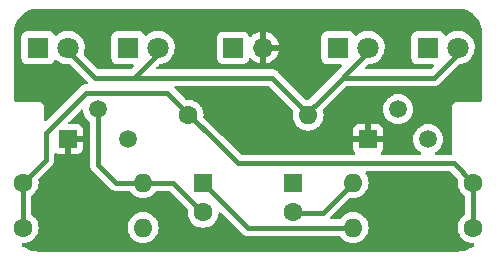
<source format=gbr>
G04 #@! TF.GenerationSoftware,KiCad,Pcbnew,(6.0.6)*
G04 #@! TF.CreationDate,2022-07-01T01:06:20-04:00*
G04 #@! TF.ProjectId,C,432e6b69-6361-4645-9f70-636258585858,rev?*
G04 #@! TF.SameCoordinates,Original*
G04 #@! TF.FileFunction,Copper,L1,Top*
G04 #@! TF.FilePolarity,Positive*
%FSLAX46Y46*%
G04 Gerber Fmt 4.6, Leading zero omitted, Abs format (unit mm)*
G04 Created by KiCad (PCBNEW (6.0.6)) date 2022-07-01 01:06:20*
%MOMM*%
%LPD*%
G01*
G04 APERTURE LIST*
G04 #@! TA.AperFunction,ComponentPad*
%ADD10R,1.700000X1.700000*%
G04 #@! TD*
G04 #@! TA.AperFunction,ComponentPad*
%ADD11O,1.700000X1.700000*%
G04 #@! TD*
G04 #@! TA.AperFunction,ComponentPad*
%ADD12R,1.800000X1.800000*%
G04 #@! TD*
G04 #@! TA.AperFunction,ComponentPad*
%ADD13C,1.800000*%
G04 #@! TD*
G04 #@! TA.AperFunction,ComponentPad*
%ADD14C,1.600000*%
G04 #@! TD*
G04 #@! TA.AperFunction,ComponentPad*
%ADD15O,1.600000X1.600000*%
G04 #@! TD*
G04 #@! TA.AperFunction,ComponentPad*
%ADD16R,1.600000X1.600000*%
G04 #@! TD*
G04 #@! TA.AperFunction,ComponentPad*
%ADD17R,1.500000X1.500000*%
G04 #@! TD*
G04 #@! TA.AperFunction,ComponentPad*
%ADD18C,1.500000*%
G04 #@! TD*
G04 #@! TA.AperFunction,Conductor*
%ADD19C,0.381000*%
G04 #@! TD*
G04 APERTURE END LIST*
D10*
X157480000Y-81280000D03*
D11*
X160020000Y-81280000D03*
D12*
X140970000Y-81280000D03*
D13*
X143510000Y-81280000D03*
D12*
X148590000Y-81280000D03*
D13*
X151130000Y-81280000D03*
D12*
X166370000Y-81280000D03*
D13*
X168910000Y-81280000D03*
D14*
X139700000Y-96520000D03*
D15*
X149860000Y-96520000D03*
D14*
X139700000Y-92710000D03*
D15*
X149860000Y-92710000D03*
D14*
X177800000Y-92710000D03*
D15*
X167640000Y-92710000D03*
D14*
X177800000Y-96520000D03*
D15*
X167640000Y-96520000D03*
D14*
X153670000Y-86995000D03*
D15*
X163830000Y-86995000D03*
D12*
X173990000Y-81280000D03*
D13*
X176530000Y-81280000D03*
D16*
X154940000Y-92710000D03*
D14*
X154940000Y-95210000D03*
D16*
X162560000Y-92710000D03*
D14*
X162560000Y-95210000D03*
D17*
X143510000Y-89035000D03*
D18*
X146050000Y-86495000D03*
X148590000Y-89035000D03*
D17*
X168910000Y-89035000D03*
D18*
X171450000Y-86495000D03*
X173990000Y-89035000D03*
D19*
X177800000Y-92710000D02*
X177800000Y-96520000D01*
X139700000Y-96520000D02*
X139700000Y-92710000D01*
X141605000Y-88519000D02*
X145034000Y-85090000D01*
X139700000Y-92710000D02*
X141605000Y-90805000D01*
X145034000Y-85090000D02*
X151892000Y-85090000D01*
X176149000Y-91059000D02*
X177800000Y-92710000D01*
X157861000Y-91059000D02*
X176149000Y-91059000D01*
X151892000Y-85090000D02*
X157861000Y-91059000D01*
X141605000Y-90805000D02*
X141605000Y-88519000D01*
X154940000Y-92750000D02*
X158710000Y-96520000D01*
X158710000Y-96520000D02*
X167640000Y-96520000D01*
X160782000Y-83820000D02*
X163766500Y-86804500D01*
X145796000Y-83820000D02*
X160782000Y-83820000D01*
X143510000Y-81280000D02*
X143510000Y-81534000D01*
X174498000Y-83820000D02*
X166751000Y-83820000D01*
X164973000Y-85598000D02*
X168910000Y-81661000D01*
X168910000Y-81661000D02*
X168910000Y-81280000D01*
X149098000Y-83820000D02*
X151130000Y-81788000D01*
X166751000Y-83820000D02*
X164973000Y-85598000D01*
X148082000Y-83820000D02*
X149098000Y-83820000D01*
X151130000Y-81788000D02*
X151130000Y-81280000D01*
X143510000Y-81534000D02*
X145796000Y-83820000D01*
X176530000Y-81788000D02*
X174498000Y-83820000D01*
X176530000Y-81280000D02*
X176530000Y-81788000D01*
X163766500Y-86804500D02*
X164973000Y-85598000D01*
X165100000Y-95250000D02*
X162560000Y-95250000D01*
X167640000Y-92710000D02*
X165100000Y-95250000D01*
X152400000Y-92710000D02*
X154940000Y-95250000D01*
X149860000Y-92710000D02*
X152400000Y-92710000D01*
X147574000Y-92710000D02*
X146050000Y-91186000D01*
X146050000Y-91186000D02*
X146050000Y-86495000D01*
X149860000Y-92710000D02*
X147574000Y-92710000D01*
G04 #@! TA.AperFunction,Conductor*
G36*
X144715145Y-86501556D02*
G01*
X144771981Y-86544103D01*
X144796634Y-86608630D01*
X144805885Y-86714371D01*
X144862880Y-86927076D01*
X144897107Y-87000476D01*
X144953618Y-87121666D01*
X144953621Y-87121671D01*
X144955944Y-87126653D01*
X144959100Y-87131160D01*
X144959101Y-87131162D01*
X145019631Y-87217607D01*
X145082251Y-87307038D01*
X145237962Y-87462749D01*
X145242471Y-87465906D01*
X145242473Y-87465908D01*
X145297271Y-87504278D01*
X145341599Y-87559736D01*
X145351000Y-87607491D01*
X145351000Y-91157401D01*
X145350708Y-91165971D01*
X145346830Y-91222852D01*
X145348135Y-91230328D01*
X145348135Y-91230332D01*
X145357663Y-91284924D01*
X145358626Y-91291449D01*
X145366191Y-91353960D01*
X145368875Y-91361062D01*
X145369719Y-91364500D01*
X145373583Y-91378623D01*
X145374613Y-91382034D01*
X145375919Y-91389517D01*
X145378972Y-91396472D01*
X145401239Y-91447198D01*
X145403730Y-91453304D01*
X145418226Y-91491664D01*
X145425994Y-91512222D01*
X145430293Y-91518477D01*
X145431935Y-91521618D01*
X145439033Y-91534372D01*
X145440870Y-91537478D01*
X145443923Y-91544433D01*
X145448548Y-91550460D01*
X145448550Y-91550464D01*
X145482265Y-91594402D01*
X145486129Y-91599720D01*
X145521821Y-91651652D01*
X145527491Y-91656704D01*
X145527492Y-91656705D01*
X145567688Y-91692518D01*
X145572964Y-91697499D01*
X147059503Y-93184038D01*
X147065356Y-93190303D01*
X147102842Y-93233274D01*
X147109056Y-93237641D01*
X147154389Y-93269502D01*
X147159684Y-93273435D01*
X147209239Y-93312291D01*
X147216163Y-93315417D01*
X147219212Y-93317264D01*
X147231878Y-93324489D01*
X147235043Y-93326186D01*
X147241261Y-93330556D01*
X147299996Y-93353456D01*
X147306009Y-93355983D01*
X147363435Y-93381912D01*
X147370903Y-93383296D01*
X147374311Y-93384364D01*
X147388350Y-93388364D01*
X147391814Y-93389253D01*
X147398889Y-93392012D01*
X147406418Y-93393003D01*
X147406421Y-93393004D01*
X147461345Y-93400235D01*
X147467859Y-93401267D01*
X147522317Y-93411360D01*
X147522320Y-93411360D01*
X147529786Y-93412744D01*
X147537366Y-93412307D01*
X147537367Y-93412307D01*
X147591094Y-93409209D01*
X147598347Y-93409000D01*
X148686470Y-93409000D01*
X148754591Y-93429002D01*
X148789683Y-93462729D01*
X148853802Y-93554300D01*
X149015700Y-93716198D01*
X149020208Y-93719355D01*
X149020211Y-93719357D01*
X149061542Y-93748297D01*
X149203251Y-93847523D01*
X149208233Y-93849846D01*
X149208238Y-93849849D01*
X149405775Y-93941961D01*
X149410757Y-93944284D01*
X149416065Y-93945706D01*
X149416067Y-93945707D01*
X149626598Y-94002119D01*
X149626600Y-94002119D01*
X149631913Y-94003543D01*
X149860000Y-94023498D01*
X150088087Y-94003543D01*
X150093400Y-94002119D01*
X150093402Y-94002119D01*
X150303933Y-93945707D01*
X150303935Y-93945706D01*
X150309243Y-93944284D01*
X150314225Y-93941961D01*
X150511762Y-93849849D01*
X150511767Y-93849846D01*
X150516749Y-93847523D01*
X150658458Y-93748297D01*
X150699789Y-93719357D01*
X150699792Y-93719355D01*
X150704300Y-93716198D01*
X150866198Y-93554300D01*
X150930317Y-93462729D01*
X150985774Y-93418401D01*
X151033530Y-93409000D01*
X152058275Y-93409000D01*
X152126396Y-93429002D01*
X152147370Y-93445905D01*
X153607881Y-94906416D01*
X153641907Y-94968728D01*
X153644307Y-95006490D01*
X153626502Y-95210000D01*
X153646457Y-95438087D01*
X153705716Y-95659243D01*
X153708039Y-95664224D01*
X153708039Y-95664225D01*
X153800151Y-95861762D01*
X153800154Y-95861767D01*
X153802477Y-95866749D01*
X153933802Y-96054300D01*
X154095700Y-96216198D01*
X154100208Y-96219355D01*
X154100211Y-96219357D01*
X154178389Y-96274098D01*
X154283251Y-96347523D01*
X154288233Y-96349846D01*
X154288238Y-96349849D01*
X154485775Y-96441961D01*
X154490757Y-96444284D01*
X154496065Y-96445706D01*
X154496067Y-96445707D01*
X154706598Y-96502119D01*
X154706600Y-96502119D01*
X154711913Y-96503543D01*
X154940000Y-96523498D01*
X155168087Y-96503543D01*
X155173400Y-96502119D01*
X155173402Y-96502119D01*
X155383933Y-96445707D01*
X155383935Y-96445706D01*
X155389243Y-96444284D01*
X155394225Y-96441961D01*
X155591762Y-96349849D01*
X155591767Y-96349846D01*
X155596749Y-96347523D01*
X155701611Y-96274098D01*
X155779789Y-96219357D01*
X155779792Y-96219355D01*
X155784300Y-96216198D01*
X155946198Y-96054300D01*
X156077523Y-95866749D01*
X156079846Y-95861767D01*
X156079849Y-95861762D01*
X156171961Y-95664225D01*
X156171961Y-95664224D01*
X156174284Y-95659243D01*
X156233543Y-95438087D01*
X156234022Y-95432611D01*
X156234023Y-95432606D01*
X156242656Y-95333921D01*
X156268519Y-95267803D01*
X156326023Y-95226163D01*
X156396910Y-95222222D01*
X156457272Y-95255807D01*
X158195503Y-96994038D01*
X158201356Y-97000303D01*
X158238842Y-97043274D01*
X158245056Y-97047641D01*
X158290378Y-97079494D01*
X158295674Y-97083427D01*
X158339263Y-97117606D01*
X158339266Y-97117608D01*
X158345240Y-97122292D01*
X158352164Y-97125418D01*
X158355199Y-97127256D01*
X158367898Y-97134500D01*
X158371046Y-97136188D01*
X158377261Y-97140556D01*
X158435950Y-97163438D01*
X158441995Y-97165978D01*
X158499435Y-97191913D01*
X158506908Y-97193298D01*
X158510326Y-97194369D01*
X158524315Y-97198354D01*
X158527807Y-97199251D01*
X158534889Y-97202012D01*
X158542422Y-97203004D01*
X158542423Y-97203004D01*
X158597330Y-97210233D01*
X158603843Y-97211265D01*
X158658318Y-97221361D01*
X158658320Y-97221361D01*
X158665787Y-97222745D01*
X158673367Y-97222308D01*
X158673368Y-97222308D01*
X158727112Y-97219209D01*
X158734365Y-97219000D01*
X166466470Y-97219000D01*
X166534591Y-97239002D01*
X166569683Y-97272729D01*
X166633802Y-97364300D01*
X166795700Y-97526198D01*
X166800208Y-97529355D01*
X166800211Y-97529357D01*
X166878389Y-97584098D01*
X166983251Y-97657523D01*
X166988233Y-97659846D01*
X166988238Y-97659849D01*
X167185775Y-97751961D01*
X167190757Y-97754284D01*
X167196065Y-97755706D01*
X167196067Y-97755707D01*
X167406598Y-97812119D01*
X167406600Y-97812119D01*
X167411913Y-97813543D01*
X167640000Y-97833498D01*
X167868087Y-97813543D01*
X167873400Y-97812119D01*
X167873402Y-97812119D01*
X168083933Y-97755707D01*
X168083935Y-97755706D01*
X168089243Y-97754284D01*
X168094225Y-97751961D01*
X168291762Y-97659849D01*
X168291767Y-97659846D01*
X168296749Y-97657523D01*
X168401611Y-97584098D01*
X168479789Y-97529357D01*
X168479792Y-97529355D01*
X168484300Y-97526198D01*
X168646198Y-97364300D01*
X168777523Y-97176749D01*
X168779846Y-97171767D01*
X168779849Y-97171762D01*
X168871961Y-96974225D01*
X168871961Y-96974224D01*
X168874284Y-96969243D01*
X168933543Y-96748087D01*
X168953498Y-96520000D01*
X168933543Y-96291913D01*
X168874284Y-96070757D01*
X168864507Y-96049789D01*
X168779849Y-95868238D01*
X168779846Y-95868233D01*
X168777523Y-95863251D01*
X168696362Y-95747342D01*
X168649357Y-95680211D01*
X168649355Y-95680208D01*
X168646198Y-95675700D01*
X168484300Y-95513802D01*
X168479792Y-95510645D01*
X168479789Y-95510643D01*
X168401611Y-95455902D01*
X168296749Y-95382477D01*
X168291767Y-95380154D01*
X168291762Y-95380151D01*
X168094225Y-95288039D01*
X168094224Y-95288039D01*
X168089243Y-95285716D01*
X168083935Y-95284294D01*
X168083933Y-95284293D01*
X167873402Y-95227881D01*
X167873400Y-95227881D01*
X167868087Y-95226457D01*
X167640000Y-95206502D01*
X167411913Y-95226457D01*
X167406600Y-95227881D01*
X167406598Y-95227881D01*
X167196067Y-95284293D01*
X167196065Y-95284294D01*
X167190757Y-95285716D01*
X167185776Y-95288039D01*
X167185775Y-95288039D01*
X166988238Y-95380151D01*
X166988233Y-95380154D01*
X166983251Y-95382477D01*
X166878389Y-95455902D01*
X166800211Y-95510643D01*
X166800208Y-95510645D01*
X166795700Y-95513802D01*
X166633802Y-95675700D01*
X166630645Y-95680208D01*
X166630643Y-95680211D01*
X166569683Y-95767271D01*
X166514226Y-95811599D01*
X166466470Y-95821000D01*
X165821725Y-95821000D01*
X165753604Y-95800998D01*
X165707111Y-95747342D01*
X165697007Y-95677068D01*
X165726501Y-95612488D01*
X165732630Y-95605905D01*
X167300555Y-94037980D01*
X167362867Y-94003954D01*
X167409961Y-94003020D01*
X167411913Y-94003543D01*
X167417384Y-94004022D01*
X167417386Y-94004022D01*
X167634525Y-94023019D01*
X167640000Y-94023498D01*
X167868087Y-94003543D01*
X167873400Y-94002119D01*
X167873402Y-94002119D01*
X168083933Y-93945707D01*
X168083935Y-93945706D01*
X168089243Y-93944284D01*
X168094225Y-93941961D01*
X168291762Y-93849849D01*
X168291767Y-93849846D01*
X168296749Y-93847523D01*
X168438458Y-93748297D01*
X168479789Y-93719357D01*
X168479792Y-93719355D01*
X168484300Y-93716198D01*
X168646198Y-93554300D01*
X168777523Y-93366749D01*
X168779846Y-93361767D01*
X168779849Y-93361762D01*
X168871961Y-93164225D01*
X168871961Y-93164224D01*
X168874284Y-93159243D01*
X168888318Y-93106870D01*
X168932119Y-92943402D01*
X168932119Y-92943400D01*
X168933543Y-92938087D01*
X168953498Y-92710000D01*
X168933543Y-92481913D01*
X168917288Y-92421248D01*
X168875707Y-92266067D01*
X168875706Y-92266065D01*
X168874284Y-92260757D01*
X168837727Y-92182359D01*
X168779849Y-92058238D01*
X168779846Y-92058233D01*
X168777523Y-92053251D01*
X168766905Y-92038087D01*
X168709617Y-91956271D01*
X168686929Y-91888997D01*
X168704214Y-91820136D01*
X168755984Y-91771552D01*
X168812830Y-91758000D01*
X175807274Y-91758000D01*
X175875395Y-91778002D01*
X175896370Y-91794905D01*
X176472021Y-92370557D01*
X176506046Y-92432869D01*
X176506979Y-92479965D01*
X176506457Y-92481913D01*
X176505979Y-92487380D01*
X176505978Y-92487384D01*
X176486992Y-92704395D01*
X176486502Y-92710000D01*
X176506457Y-92938087D01*
X176507881Y-92943400D01*
X176507881Y-92943402D01*
X176551683Y-93106870D01*
X176565716Y-93159243D01*
X176568039Y-93164224D01*
X176568039Y-93164225D01*
X176660151Y-93361762D01*
X176660154Y-93361767D01*
X176662477Y-93366749D01*
X176793802Y-93554300D01*
X176955700Y-93716198D01*
X176960208Y-93719355D01*
X176960211Y-93719357D01*
X177047271Y-93780317D01*
X177091599Y-93835774D01*
X177101000Y-93883530D01*
X177101000Y-95346470D01*
X177080998Y-95414591D01*
X177047271Y-95449683D01*
X176960211Y-95510643D01*
X176960208Y-95510645D01*
X176955700Y-95513802D01*
X176793802Y-95675700D01*
X176790645Y-95680208D01*
X176790643Y-95680211D01*
X176743638Y-95747342D01*
X176662477Y-95863251D01*
X176660154Y-95868233D01*
X176660151Y-95868238D01*
X176575493Y-96049789D01*
X176565716Y-96070757D01*
X176506457Y-96291913D01*
X176486502Y-96520000D01*
X176506457Y-96748087D01*
X176565716Y-96969243D01*
X176568039Y-96974224D01*
X176568039Y-96974225D01*
X176660151Y-97171762D01*
X176660154Y-97171767D01*
X176662477Y-97176749D01*
X176793802Y-97364300D01*
X176955700Y-97526198D01*
X176960208Y-97529355D01*
X176960211Y-97529357D01*
X177038389Y-97584098D01*
X177143251Y-97657523D01*
X177148233Y-97659846D01*
X177148238Y-97659849D01*
X177345775Y-97751961D01*
X177350757Y-97754284D01*
X177356065Y-97755706D01*
X177356067Y-97755707D01*
X177566598Y-97812119D01*
X177566600Y-97812119D01*
X177571913Y-97813543D01*
X177784981Y-97832184D01*
X177851099Y-97858048D01*
X177892738Y-97915551D01*
X177896679Y-97986438D01*
X177857077Y-98052437D01*
X177772905Y-98126254D01*
X177759829Y-98136287D01*
X177552616Y-98274743D01*
X177538342Y-98282984D01*
X177314826Y-98393209D01*
X177299602Y-98399515D01*
X177063606Y-98479625D01*
X177047696Y-98483888D01*
X176925478Y-98508199D01*
X176803262Y-98532509D01*
X176786922Y-98534660D01*
X176638134Y-98544413D01*
X176571763Y-98548763D01*
X176548650Y-98547733D01*
X176545146Y-98547690D01*
X176536276Y-98546309D01*
X176527374Y-98547473D01*
X176527372Y-98547473D01*
X176513915Y-98549233D01*
X176504714Y-98550436D01*
X176488379Y-98551500D01*
X141019367Y-98551500D01*
X140999982Y-98550000D01*
X140985149Y-98547690D01*
X140985145Y-98547690D01*
X140976276Y-98546309D01*
X140967374Y-98547473D01*
X140967371Y-98547473D01*
X140959988Y-98548439D01*
X140935409Y-98549233D01*
X140890799Y-98546309D01*
X140713078Y-98534660D01*
X140696738Y-98532509D01*
X140574523Y-98508199D01*
X140452304Y-98483888D01*
X140436394Y-98479625D01*
X140200398Y-98399515D01*
X140185174Y-98393209D01*
X139961658Y-98282984D01*
X139947384Y-98274743D01*
X139740171Y-98136287D01*
X139727095Y-98126254D01*
X139642923Y-98052437D01*
X139604896Y-97992483D01*
X139605318Y-97921488D01*
X139644057Y-97861991D01*
X139715019Y-97832184D01*
X139928087Y-97813543D01*
X139933400Y-97812119D01*
X139933402Y-97812119D01*
X140143933Y-97755707D01*
X140143935Y-97755706D01*
X140149243Y-97754284D01*
X140154225Y-97751961D01*
X140351762Y-97659849D01*
X140351767Y-97659846D01*
X140356749Y-97657523D01*
X140461611Y-97584098D01*
X140539789Y-97529357D01*
X140539792Y-97529355D01*
X140544300Y-97526198D01*
X140706198Y-97364300D01*
X140837523Y-97176749D01*
X140839846Y-97171767D01*
X140839849Y-97171762D01*
X140931961Y-96974225D01*
X140931961Y-96974224D01*
X140934284Y-96969243D01*
X140993543Y-96748087D01*
X141013498Y-96520000D01*
X148546502Y-96520000D01*
X148566457Y-96748087D01*
X148625716Y-96969243D01*
X148628039Y-96974224D01*
X148628039Y-96974225D01*
X148720151Y-97171762D01*
X148720154Y-97171767D01*
X148722477Y-97176749D01*
X148853802Y-97364300D01*
X149015700Y-97526198D01*
X149020208Y-97529355D01*
X149020211Y-97529357D01*
X149098389Y-97584098D01*
X149203251Y-97657523D01*
X149208233Y-97659846D01*
X149208238Y-97659849D01*
X149405775Y-97751961D01*
X149410757Y-97754284D01*
X149416065Y-97755706D01*
X149416067Y-97755707D01*
X149626598Y-97812119D01*
X149626600Y-97812119D01*
X149631913Y-97813543D01*
X149860000Y-97833498D01*
X150088087Y-97813543D01*
X150093400Y-97812119D01*
X150093402Y-97812119D01*
X150303933Y-97755707D01*
X150303935Y-97755706D01*
X150309243Y-97754284D01*
X150314225Y-97751961D01*
X150511762Y-97659849D01*
X150511767Y-97659846D01*
X150516749Y-97657523D01*
X150621611Y-97584098D01*
X150699789Y-97529357D01*
X150699792Y-97529355D01*
X150704300Y-97526198D01*
X150866198Y-97364300D01*
X150997523Y-97176749D01*
X150999846Y-97171767D01*
X150999849Y-97171762D01*
X151091961Y-96974225D01*
X151091961Y-96974224D01*
X151094284Y-96969243D01*
X151153543Y-96748087D01*
X151173498Y-96520000D01*
X151153543Y-96291913D01*
X151094284Y-96070757D01*
X151084507Y-96049789D01*
X150999849Y-95868238D01*
X150999846Y-95868233D01*
X150997523Y-95863251D01*
X150916362Y-95747342D01*
X150869357Y-95680211D01*
X150869355Y-95680208D01*
X150866198Y-95675700D01*
X150704300Y-95513802D01*
X150699792Y-95510645D01*
X150699789Y-95510643D01*
X150621611Y-95455902D01*
X150516749Y-95382477D01*
X150511767Y-95380154D01*
X150511762Y-95380151D01*
X150314225Y-95288039D01*
X150314224Y-95288039D01*
X150309243Y-95285716D01*
X150303935Y-95284294D01*
X150303933Y-95284293D01*
X150093402Y-95227881D01*
X150093400Y-95227881D01*
X150088087Y-95226457D01*
X149860000Y-95206502D01*
X149631913Y-95226457D01*
X149626600Y-95227881D01*
X149626598Y-95227881D01*
X149416067Y-95284293D01*
X149416065Y-95284294D01*
X149410757Y-95285716D01*
X149405776Y-95288039D01*
X149405775Y-95288039D01*
X149208238Y-95380151D01*
X149208233Y-95380154D01*
X149203251Y-95382477D01*
X149098389Y-95455902D01*
X149020211Y-95510643D01*
X149020208Y-95510645D01*
X149015700Y-95513802D01*
X148853802Y-95675700D01*
X148850645Y-95680208D01*
X148850643Y-95680211D01*
X148803638Y-95747342D01*
X148722477Y-95863251D01*
X148720154Y-95868233D01*
X148720151Y-95868238D01*
X148635493Y-96049789D01*
X148625716Y-96070757D01*
X148566457Y-96291913D01*
X148546502Y-96520000D01*
X141013498Y-96520000D01*
X140993543Y-96291913D01*
X140934284Y-96070757D01*
X140924507Y-96049789D01*
X140839849Y-95868238D01*
X140839846Y-95868233D01*
X140837523Y-95863251D01*
X140756362Y-95747342D01*
X140709357Y-95680211D01*
X140709355Y-95680208D01*
X140706198Y-95675700D01*
X140544300Y-95513802D01*
X140539792Y-95510645D01*
X140539789Y-95510643D01*
X140452729Y-95449683D01*
X140408401Y-95394226D01*
X140399000Y-95346470D01*
X140399000Y-93883530D01*
X140419002Y-93815409D01*
X140452729Y-93780317D01*
X140539789Y-93719357D01*
X140539792Y-93719355D01*
X140544300Y-93716198D01*
X140706198Y-93554300D01*
X140837523Y-93366749D01*
X140839846Y-93361767D01*
X140839849Y-93361762D01*
X140931961Y-93164225D01*
X140931961Y-93164224D01*
X140934284Y-93159243D01*
X140948318Y-93106870D01*
X140992119Y-92943402D01*
X140992119Y-92943400D01*
X140993543Y-92938087D01*
X141013498Y-92710000D01*
X141008141Y-92648774D01*
X140994022Y-92487386D01*
X140994022Y-92487384D01*
X140993543Y-92481913D01*
X140993122Y-92480340D01*
X141000859Y-92410969D01*
X141027980Y-92370555D01*
X142079038Y-91319497D01*
X142085304Y-91313643D01*
X142128274Y-91276158D01*
X142164494Y-91224622D01*
X142168427Y-91219326D01*
X142202606Y-91175737D01*
X142202608Y-91175734D01*
X142207292Y-91169760D01*
X142210418Y-91162836D01*
X142212256Y-91159801D01*
X142219500Y-91147102D01*
X142221188Y-91143954D01*
X142225556Y-91137739D01*
X142248438Y-91079050D01*
X142250978Y-91073005D01*
X142276913Y-91015565D01*
X142278298Y-91008092D01*
X142279369Y-91004674D01*
X142283354Y-90990685D01*
X142284251Y-90987193D01*
X142287012Y-90980111D01*
X142295233Y-90917670D01*
X142296265Y-90911157D01*
X142306361Y-90856682D01*
X142306361Y-90856680D01*
X142307745Y-90849213D01*
X142304209Y-90787887D01*
X142304000Y-90780635D01*
X142304000Y-90330023D01*
X142324002Y-90261902D01*
X142377658Y-90215409D01*
X142447932Y-90205305D01*
X142498134Y-90226115D01*
X142498483Y-90225478D01*
X142504361Y-90228696D01*
X142505562Y-90229194D01*
X142506353Y-90229787D01*
X142521946Y-90238324D01*
X142642394Y-90283478D01*
X142657649Y-90287105D01*
X142708514Y-90292631D01*
X142715328Y-90293000D01*
X143237885Y-90293000D01*
X143253124Y-90288525D01*
X143254329Y-90287135D01*
X143256000Y-90279452D01*
X143256000Y-90274884D01*
X143764000Y-90274884D01*
X143768475Y-90290123D01*
X143769865Y-90291328D01*
X143777548Y-90292999D01*
X144304669Y-90292999D01*
X144311490Y-90292629D01*
X144362352Y-90287105D01*
X144377604Y-90283479D01*
X144498054Y-90238324D01*
X144513649Y-90229786D01*
X144615724Y-90153285D01*
X144628285Y-90140724D01*
X144704786Y-90038649D01*
X144713324Y-90023054D01*
X144758478Y-89902606D01*
X144762105Y-89887351D01*
X144767631Y-89836486D01*
X144768000Y-89829672D01*
X144768000Y-89307115D01*
X144763525Y-89291876D01*
X144762135Y-89290671D01*
X144754452Y-89289000D01*
X143782115Y-89289000D01*
X143766876Y-89293475D01*
X143765671Y-89294865D01*
X143764000Y-89302548D01*
X143764000Y-90274884D01*
X143256000Y-90274884D01*
X143256000Y-88907000D01*
X143276002Y-88838879D01*
X143329658Y-88792386D01*
X143382000Y-88781000D01*
X144749884Y-88781000D01*
X144765123Y-88776525D01*
X144766328Y-88775135D01*
X144767999Y-88767452D01*
X144767999Y-88240331D01*
X144767629Y-88233510D01*
X144762105Y-88182648D01*
X144758479Y-88167396D01*
X144713324Y-88046946D01*
X144704786Y-88031351D01*
X144628285Y-87929276D01*
X144615724Y-87916715D01*
X144513649Y-87840214D01*
X144498054Y-87831676D01*
X144377606Y-87786522D01*
X144362351Y-87782895D01*
X144311486Y-87777369D01*
X144304672Y-87777000D01*
X143639724Y-87777001D01*
X143571603Y-87756999D01*
X143525110Y-87703343D01*
X143515006Y-87633070D01*
X143544499Y-87568489D01*
X143550629Y-87561906D01*
X144582018Y-86530517D01*
X144644330Y-86496491D01*
X144715145Y-86501556D01*
G37*
G04 #@! TD.AperFunction*
G04 #@! TA.AperFunction,Conductor*
G36*
X176500018Y-77980000D02*
G01*
X176514851Y-77982310D01*
X176514855Y-77982310D01*
X176523724Y-77983691D01*
X176532626Y-77982527D01*
X176532629Y-77982527D01*
X176540012Y-77981561D01*
X176564591Y-77980767D01*
X176591442Y-77982527D01*
X176786922Y-77995340D01*
X176803262Y-77997491D01*
X176925478Y-78021801D01*
X177047696Y-78046112D01*
X177063606Y-78050375D01*
X177299600Y-78130484D01*
X177314826Y-78136791D01*
X177538342Y-78247016D01*
X177552616Y-78255257D01*
X177759829Y-78393713D01*
X177772905Y-78403746D01*
X177960278Y-78568068D01*
X177971932Y-78579722D01*
X178136254Y-78767095D01*
X178146287Y-78780171D01*
X178284743Y-78987384D01*
X178292984Y-79001658D01*
X178403209Y-79225174D01*
X178409515Y-79240398D01*
X178489625Y-79476394D01*
X178493889Y-79492307D01*
X178542509Y-79736738D01*
X178544660Y-79753078D01*
X178558763Y-79968236D01*
X178557733Y-79991350D01*
X178557690Y-79994854D01*
X178556309Y-80003724D01*
X178557473Y-80012626D01*
X178557473Y-80012628D01*
X178560436Y-80035283D01*
X178561500Y-80051621D01*
X178561500Y-85725500D01*
X178541498Y-85793621D01*
X178487842Y-85840114D01*
X178435500Y-85851500D01*
X176538623Y-85851500D01*
X176537853Y-85851498D01*
X176537037Y-85851493D01*
X176460279Y-85851024D01*
X176437918Y-85857415D01*
X176431847Y-85859150D01*
X176415085Y-85862728D01*
X176385813Y-85866920D01*
X176377645Y-85870634D01*
X176377644Y-85870634D01*
X176362438Y-85877548D01*
X176344914Y-85883996D01*
X176320229Y-85891051D01*
X176312635Y-85895843D01*
X176312632Y-85895844D01*
X176295220Y-85906830D01*
X176280137Y-85914969D01*
X176253218Y-85927208D01*
X176246416Y-85933069D01*
X176233765Y-85943970D01*
X176218761Y-85955073D01*
X176197042Y-85968776D01*
X176191103Y-85975501D01*
X176191099Y-85975504D01*
X176177468Y-85990938D01*
X176165276Y-86002982D01*
X176149673Y-86016427D01*
X176149671Y-86016430D01*
X176142873Y-86022287D01*
X176137993Y-86029816D01*
X176137992Y-86029817D01*
X176128906Y-86043835D01*
X176117615Y-86058709D01*
X176106569Y-86071217D01*
X176100622Y-86077951D01*
X176094312Y-86091391D01*
X176088058Y-86104711D01*
X176079737Y-86119691D01*
X176068529Y-86136983D01*
X176068527Y-86136988D01*
X176063648Y-86144515D01*
X176061078Y-86153108D01*
X176061076Y-86153113D01*
X176056289Y-86169120D01*
X176049628Y-86186564D01*
X176042533Y-86201676D01*
X176038719Y-86209800D01*
X176037338Y-86218667D01*
X176037338Y-86218668D01*
X176034170Y-86239015D01*
X176030387Y-86255732D01*
X176024485Y-86275466D01*
X176024484Y-86275472D01*
X176021914Y-86284066D01*
X176021859Y-86293037D01*
X176021859Y-86293038D01*
X176021704Y-86318497D01*
X176021671Y-86319289D01*
X176021500Y-86320386D01*
X176021500Y-86351377D01*
X176021498Y-86352147D01*
X176021024Y-86429721D01*
X176021408Y-86431065D01*
X176021500Y-86432410D01*
X176021500Y-90161377D01*
X176021498Y-90162147D01*
X176021054Y-90234770D01*
X176000635Y-90302768D01*
X175946697Y-90348931D01*
X175895056Y-90360000D01*
X174690927Y-90360000D01*
X174622806Y-90339998D01*
X174576313Y-90286342D01*
X174566209Y-90216068D01*
X174595703Y-90151488D01*
X174622099Y-90129692D01*
X174621654Y-90129056D01*
X174797527Y-90005908D01*
X174797529Y-90005906D01*
X174802038Y-90002749D01*
X174957749Y-89847038D01*
X174964749Y-89837042D01*
X175080899Y-89671162D01*
X175080900Y-89671160D01*
X175084056Y-89666653D01*
X175086379Y-89661671D01*
X175086382Y-89661666D01*
X175174795Y-89472061D01*
X175177120Y-89467076D01*
X175234115Y-89254371D01*
X175253307Y-89035000D01*
X175234115Y-88815629D01*
X175177120Y-88602924D01*
X175133585Y-88509562D01*
X175086382Y-88408334D01*
X175086379Y-88408329D01*
X175084056Y-88403347D01*
X175017307Y-88308019D01*
X174960908Y-88227473D01*
X174960906Y-88227470D01*
X174957749Y-88222962D01*
X174802038Y-88067251D01*
X174621654Y-87940944D01*
X174422076Y-87847880D01*
X174209371Y-87790885D01*
X173990000Y-87771693D01*
X173770629Y-87790885D01*
X173557924Y-87847880D01*
X173464562Y-87891415D01*
X173363334Y-87938618D01*
X173363329Y-87938621D01*
X173358347Y-87940944D01*
X173353840Y-87944100D01*
X173353838Y-87944101D01*
X173182473Y-88064092D01*
X173182470Y-88064094D01*
X173177962Y-88067251D01*
X173022251Y-88222962D01*
X173019094Y-88227470D01*
X173019092Y-88227473D01*
X172962693Y-88308019D01*
X172895944Y-88403347D01*
X172893621Y-88408329D01*
X172893618Y-88408334D01*
X172846415Y-88509562D01*
X172802880Y-88602924D01*
X172745885Y-88815629D01*
X172726693Y-89035000D01*
X172745885Y-89254371D01*
X172802880Y-89467076D01*
X172805205Y-89472061D01*
X172893618Y-89661666D01*
X172893621Y-89661671D01*
X172895944Y-89666653D01*
X172899100Y-89671160D01*
X172899101Y-89671162D01*
X173015252Y-89837042D01*
X173022251Y-89847038D01*
X173177962Y-90002749D01*
X173182471Y-90005906D01*
X173182473Y-90005908D01*
X173358346Y-90129056D01*
X173357376Y-90130441D01*
X173401068Y-90176266D01*
X173414502Y-90245980D01*
X173388114Y-90311891D01*
X173330280Y-90353071D01*
X173289073Y-90360000D01*
X170113199Y-90360000D01*
X170045078Y-90339998D01*
X169998585Y-90286342D01*
X169988481Y-90216068D01*
X170017975Y-90151488D01*
X170024104Y-90144905D01*
X170028285Y-90140724D01*
X170104786Y-90038649D01*
X170113324Y-90023054D01*
X170158478Y-89902606D01*
X170162105Y-89887351D01*
X170167631Y-89836486D01*
X170168000Y-89829672D01*
X170168000Y-89307115D01*
X170163525Y-89291876D01*
X170162135Y-89290671D01*
X170154452Y-89289000D01*
X167670116Y-89289000D01*
X167654877Y-89293475D01*
X167653672Y-89294865D01*
X167652001Y-89302548D01*
X167652001Y-89829669D01*
X167652371Y-89836490D01*
X167657895Y-89887352D01*
X167661521Y-89902604D01*
X167706676Y-90023054D01*
X167715214Y-90038649D01*
X167791715Y-90140724D01*
X167795896Y-90144905D01*
X167829922Y-90207217D01*
X167824857Y-90278032D01*
X167782310Y-90334868D01*
X167715790Y-90359679D01*
X167706801Y-90360000D01*
X158202725Y-90360000D01*
X158134604Y-90339998D01*
X158113630Y-90323095D01*
X156553420Y-88762885D01*
X167652000Y-88762885D01*
X167656475Y-88778124D01*
X167657865Y-88779329D01*
X167665548Y-88781000D01*
X168637885Y-88781000D01*
X168653124Y-88776525D01*
X168654329Y-88775135D01*
X168656000Y-88767452D01*
X168656000Y-88762885D01*
X169164000Y-88762885D01*
X169168475Y-88778124D01*
X169169865Y-88779329D01*
X169177548Y-88781000D01*
X170149884Y-88781000D01*
X170165123Y-88776525D01*
X170166328Y-88775135D01*
X170167999Y-88767452D01*
X170167999Y-88240331D01*
X170167629Y-88233510D01*
X170162105Y-88182648D01*
X170158479Y-88167396D01*
X170113324Y-88046946D01*
X170104786Y-88031351D01*
X170028285Y-87929276D01*
X170015724Y-87916715D01*
X169913649Y-87840214D01*
X169898054Y-87831676D01*
X169777606Y-87786522D01*
X169762351Y-87782895D01*
X169711486Y-87777369D01*
X169704672Y-87777000D01*
X169182115Y-87777000D01*
X169166876Y-87781475D01*
X169165671Y-87782865D01*
X169164000Y-87790548D01*
X169164000Y-88762885D01*
X168656000Y-88762885D01*
X168656000Y-87795116D01*
X168651525Y-87779877D01*
X168650135Y-87778672D01*
X168642452Y-87777001D01*
X168115331Y-87777001D01*
X168108510Y-87777371D01*
X168057648Y-87782895D01*
X168042396Y-87786521D01*
X167921946Y-87831676D01*
X167906351Y-87840214D01*
X167804276Y-87916715D01*
X167791715Y-87929276D01*
X167715214Y-88031351D01*
X167706676Y-88046946D01*
X167661522Y-88167394D01*
X167657895Y-88182649D01*
X167652369Y-88233514D01*
X167652000Y-88240328D01*
X167652000Y-88762885D01*
X156553420Y-88762885D01*
X155009119Y-87218584D01*
X154975093Y-87156272D01*
X154972693Y-87118508D01*
X154983019Y-87000476D01*
X154983019Y-87000475D01*
X154983498Y-86995000D01*
X154963543Y-86766913D01*
X154958241Y-86747127D01*
X154905707Y-86551067D01*
X154905706Y-86551065D01*
X154904284Y-86545757D01*
X154867284Y-86466410D01*
X154809849Y-86343238D01*
X154809846Y-86343233D01*
X154807523Y-86338251D01*
X154711892Y-86201676D01*
X154679357Y-86155211D01*
X154679355Y-86155208D01*
X154676198Y-86150700D01*
X154514300Y-85988802D01*
X154509792Y-85985645D01*
X154509789Y-85985643D01*
X154385377Y-85898529D01*
X154326749Y-85857477D01*
X154321767Y-85855154D01*
X154321762Y-85855151D01*
X154124225Y-85763039D01*
X154124224Y-85763039D01*
X154119243Y-85760716D01*
X154113935Y-85759294D01*
X154113933Y-85759293D01*
X153903402Y-85702881D01*
X153903400Y-85702881D01*
X153898087Y-85701457D01*
X153670000Y-85681502D01*
X153664525Y-85681981D01*
X153664524Y-85681981D01*
X153546492Y-85692307D01*
X153476887Y-85678317D01*
X153446416Y-85655881D01*
X152524630Y-84734095D01*
X152490604Y-84671783D01*
X152495669Y-84600968D01*
X152538216Y-84544132D01*
X152604736Y-84519321D01*
X152613725Y-84519000D01*
X160440275Y-84519000D01*
X160508396Y-84539002D01*
X160529370Y-84555905D01*
X162528111Y-86554646D01*
X162562137Y-86616958D01*
X162560722Y-86676353D01*
X162537882Y-86761591D01*
X162537881Y-86761598D01*
X162536457Y-86766913D01*
X162516502Y-86995000D01*
X162536457Y-87223087D01*
X162537881Y-87228400D01*
X162537881Y-87228402D01*
X162573616Y-87361764D01*
X162595716Y-87444243D01*
X162598039Y-87449224D01*
X162598039Y-87449225D01*
X162690151Y-87646762D01*
X162690154Y-87646767D01*
X162692477Y-87651749D01*
X162728604Y-87703343D01*
X162818464Y-87831676D01*
X162823802Y-87839300D01*
X162985700Y-88001198D01*
X162990208Y-88004355D01*
X162990211Y-88004357D01*
X163028763Y-88031351D01*
X163173251Y-88132523D01*
X163178233Y-88134846D01*
X163178238Y-88134849D01*
X163280747Y-88182649D01*
X163380757Y-88229284D01*
X163386065Y-88230706D01*
X163386067Y-88230707D01*
X163596598Y-88287119D01*
X163596600Y-88287119D01*
X163601913Y-88288543D01*
X163830000Y-88308498D01*
X164058087Y-88288543D01*
X164063400Y-88287119D01*
X164063402Y-88287119D01*
X164273933Y-88230707D01*
X164273935Y-88230706D01*
X164279243Y-88229284D01*
X164379253Y-88182649D01*
X164481762Y-88134849D01*
X164481767Y-88134846D01*
X164486749Y-88132523D01*
X164631237Y-88031351D01*
X164669789Y-88004357D01*
X164669792Y-88004355D01*
X164674300Y-88001198D01*
X164836198Y-87839300D01*
X164841537Y-87831676D01*
X164931396Y-87703343D01*
X164967523Y-87651749D01*
X164969846Y-87646767D01*
X164969849Y-87646762D01*
X165061961Y-87449225D01*
X165061961Y-87449224D01*
X165064284Y-87444243D01*
X165086385Y-87361764D01*
X165122119Y-87228402D01*
X165122119Y-87228400D01*
X165123543Y-87223087D01*
X165143498Y-86995000D01*
X165123543Y-86766913D01*
X165118241Y-86747127D01*
X165072439Y-86576191D01*
X165074129Y-86505215D01*
X165080355Y-86495000D01*
X170186693Y-86495000D01*
X170205885Y-86714371D01*
X170262880Y-86927076D01*
X170297107Y-87000476D01*
X170353618Y-87121666D01*
X170353621Y-87121671D01*
X170355944Y-87126653D01*
X170359100Y-87131160D01*
X170359101Y-87131162D01*
X170419631Y-87217607D01*
X170482251Y-87307038D01*
X170637962Y-87462749D01*
X170642471Y-87465906D01*
X170642473Y-87465908D01*
X170697271Y-87504278D01*
X170818346Y-87589056D01*
X171017924Y-87682120D01*
X171230629Y-87739115D01*
X171450000Y-87758307D01*
X171669371Y-87739115D01*
X171882076Y-87682120D01*
X172081654Y-87589056D01*
X172202729Y-87504278D01*
X172257527Y-87465908D01*
X172257529Y-87465906D01*
X172262038Y-87462749D01*
X172417749Y-87307038D01*
X172480370Y-87217607D01*
X172540899Y-87131162D01*
X172540900Y-87131160D01*
X172544056Y-87126653D01*
X172546379Y-87121671D01*
X172546382Y-87121666D01*
X172602893Y-87000476D01*
X172637120Y-86927076D01*
X172694115Y-86714371D01*
X172713307Y-86495000D01*
X172694115Y-86275629D01*
X172637120Y-86062924D01*
X172573648Y-85926807D01*
X172546382Y-85868334D01*
X172546379Y-85868329D01*
X172544056Y-85863347D01*
X172536012Y-85851859D01*
X172420908Y-85687473D01*
X172420906Y-85687470D01*
X172417749Y-85682962D01*
X172262038Y-85527251D01*
X172081654Y-85400944D01*
X171882076Y-85307880D01*
X171669371Y-85250885D01*
X171450000Y-85231693D01*
X171230629Y-85250885D01*
X171017924Y-85307880D01*
X170924562Y-85351415D01*
X170823334Y-85398618D01*
X170823329Y-85398621D01*
X170818347Y-85400944D01*
X170813840Y-85404100D01*
X170813838Y-85404101D01*
X170642473Y-85524092D01*
X170642470Y-85524094D01*
X170637962Y-85527251D01*
X170482251Y-85682962D01*
X170479094Y-85687470D01*
X170479092Y-85687473D01*
X170363988Y-85851859D01*
X170355944Y-85863347D01*
X170353621Y-85868329D01*
X170353618Y-85868334D01*
X170326352Y-85926807D01*
X170262880Y-86062924D01*
X170205885Y-86275629D01*
X170186693Y-86495000D01*
X165080355Y-86495000D01*
X165105051Y-86454485D01*
X167003631Y-84555905D01*
X167065943Y-84521879D01*
X167092726Y-84519000D01*
X174469401Y-84519000D01*
X174477971Y-84519292D01*
X174527277Y-84522654D01*
X174527281Y-84522654D01*
X174534852Y-84523170D01*
X174542328Y-84521865D01*
X174542332Y-84521865D01*
X174596924Y-84512337D01*
X174603449Y-84511374D01*
X174658418Y-84504722D01*
X174658420Y-84504721D01*
X174665960Y-84503809D01*
X174673062Y-84501125D01*
X174676500Y-84500281D01*
X174690623Y-84496417D01*
X174694034Y-84495387D01*
X174701517Y-84494081D01*
X174759197Y-84468761D01*
X174765304Y-84466270D01*
X174817117Y-84446691D01*
X174817118Y-84446690D01*
X174824222Y-84444006D01*
X174830477Y-84439707D01*
X174833618Y-84438065D01*
X174846372Y-84430967D01*
X174849478Y-84429130D01*
X174856433Y-84426077D01*
X174862460Y-84421452D01*
X174862464Y-84421450D01*
X174906402Y-84387735D01*
X174911720Y-84383871D01*
X174963652Y-84348179D01*
X175004519Y-84302311D01*
X175009499Y-84297036D01*
X176587264Y-82719271D01*
X176649576Y-82685245D01*
X176660347Y-82683387D01*
X176823847Y-82662442D01*
X177045690Y-82595886D01*
X177050324Y-82593616D01*
X177249049Y-82496262D01*
X177249052Y-82496260D01*
X177253684Y-82493991D01*
X177442243Y-82359494D01*
X177606303Y-82196005D01*
X177741458Y-82007917D01*
X177824477Y-81839941D01*
X177841784Y-81804922D01*
X177841785Y-81804920D01*
X177844078Y-81800280D01*
X177911408Y-81578671D01*
X177941640Y-81349041D01*
X177943327Y-81280000D01*
X177937032Y-81203434D01*
X177924773Y-81054318D01*
X177924772Y-81054312D01*
X177924349Y-81049167D01*
X177873286Y-80845875D01*
X177869184Y-80829544D01*
X177869183Y-80829540D01*
X177867925Y-80824533D01*
X177775570Y-80612131D01*
X177649764Y-80417665D01*
X177617190Y-80381866D01*
X177545211Y-80302763D01*
X177493887Y-80246358D01*
X177489836Y-80243159D01*
X177489832Y-80243155D01*
X177316177Y-80106011D01*
X177316172Y-80106008D01*
X177312123Y-80102810D01*
X177307607Y-80100317D01*
X177307604Y-80100315D01*
X177113879Y-79993373D01*
X177113875Y-79993371D01*
X177109355Y-79990876D01*
X177104486Y-79989152D01*
X177104482Y-79989150D01*
X176895903Y-79915288D01*
X176895899Y-79915287D01*
X176891028Y-79913562D01*
X176885935Y-79912655D01*
X176885932Y-79912654D01*
X176668095Y-79873851D01*
X176668089Y-79873850D01*
X176663006Y-79872945D01*
X176590096Y-79872054D01*
X176436581Y-79870179D01*
X176436579Y-79870179D01*
X176431411Y-79870116D01*
X176202464Y-79905150D01*
X175982314Y-79977106D01*
X175977726Y-79979494D01*
X175977722Y-79979496D01*
X175820467Y-80061358D01*
X175776872Y-80084052D01*
X175772739Y-80087155D01*
X175772736Y-80087157D01*
X175633494Y-80191703D01*
X175591655Y-80223117D01*
X175574170Y-80241414D01*
X175512646Y-80276844D01*
X175441733Y-80273387D01*
X175383947Y-80232141D01*
X175365094Y-80198592D01*
X175343768Y-80141705D01*
X175343767Y-80141703D01*
X175340615Y-80133295D01*
X175253261Y-80016739D01*
X175136705Y-79929385D01*
X175000316Y-79878255D01*
X174938134Y-79871500D01*
X173041866Y-79871500D01*
X172979684Y-79878255D01*
X172843295Y-79929385D01*
X172726739Y-80016739D01*
X172639385Y-80133295D01*
X172588255Y-80269684D01*
X172581500Y-80331866D01*
X172581500Y-82228134D01*
X172588255Y-82290316D01*
X172639385Y-82426705D01*
X172726739Y-82543261D01*
X172843295Y-82630615D01*
X172979684Y-82681745D01*
X173041866Y-82688500D01*
X174336775Y-82688500D01*
X174404896Y-82708502D01*
X174451389Y-82762158D01*
X174461493Y-82832432D01*
X174431999Y-82897012D01*
X174425870Y-82903595D01*
X174245370Y-83084095D01*
X174183058Y-83118121D01*
X174156275Y-83121000D01*
X168742725Y-83121000D01*
X168674604Y-83100998D01*
X168628111Y-83047342D01*
X168618007Y-82977068D01*
X168647501Y-82912488D01*
X168653630Y-82905905D01*
X168832596Y-82726939D01*
X168894908Y-82692913D01*
X168926306Y-82690119D01*
X168942290Y-82690705D01*
X168968949Y-82691683D01*
X168968953Y-82691683D01*
X168974113Y-82691872D01*
X168979233Y-82691216D01*
X168979235Y-82691216D01*
X169067388Y-82679923D01*
X169203847Y-82662442D01*
X169208795Y-82660957D01*
X169208802Y-82660956D01*
X169420747Y-82597369D01*
X169425690Y-82595886D01*
X169430324Y-82593616D01*
X169629049Y-82496262D01*
X169629052Y-82496260D01*
X169633684Y-82493991D01*
X169822243Y-82359494D01*
X169986303Y-82196005D01*
X170121458Y-82007917D01*
X170204477Y-81839941D01*
X170221784Y-81804922D01*
X170221785Y-81804920D01*
X170224078Y-81800280D01*
X170291408Y-81578671D01*
X170321640Y-81349041D01*
X170323327Y-81280000D01*
X170317032Y-81203434D01*
X170304773Y-81054318D01*
X170304772Y-81054312D01*
X170304349Y-81049167D01*
X170253286Y-80845875D01*
X170249184Y-80829544D01*
X170249183Y-80829540D01*
X170247925Y-80824533D01*
X170155570Y-80612131D01*
X170029764Y-80417665D01*
X169997190Y-80381866D01*
X169925211Y-80302763D01*
X169873887Y-80246358D01*
X169869836Y-80243159D01*
X169869832Y-80243155D01*
X169696177Y-80106011D01*
X169696172Y-80106008D01*
X169692123Y-80102810D01*
X169687607Y-80100317D01*
X169687604Y-80100315D01*
X169493879Y-79993373D01*
X169493875Y-79993371D01*
X169489355Y-79990876D01*
X169484486Y-79989152D01*
X169484482Y-79989150D01*
X169275903Y-79915288D01*
X169275899Y-79915287D01*
X169271028Y-79913562D01*
X169265935Y-79912655D01*
X169265932Y-79912654D01*
X169048095Y-79873851D01*
X169048089Y-79873850D01*
X169043006Y-79872945D01*
X168970096Y-79872054D01*
X168816581Y-79870179D01*
X168816579Y-79870179D01*
X168811411Y-79870116D01*
X168582464Y-79905150D01*
X168362314Y-79977106D01*
X168357726Y-79979494D01*
X168357722Y-79979496D01*
X168200467Y-80061358D01*
X168156872Y-80084052D01*
X168152739Y-80087155D01*
X168152736Y-80087157D01*
X168013494Y-80191703D01*
X167971655Y-80223117D01*
X167954170Y-80241414D01*
X167892646Y-80276844D01*
X167821733Y-80273387D01*
X167763947Y-80232141D01*
X167745094Y-80198592D01*
X167723768Y-80141705D01*
X167723767Y-80141703D01*
X167720615Y-80133295D01*
X167633261Y-80016739D01*
X167516705Y-79929385D01*
X167380316Y-79878255D01*
X167318134Y-79871500D01*
X165421866Y-79871500D01*
X165359684Y-79878255D01*
X165223295Y-79929385D01*
X165106739Y-80016739D01*
X165019385Y-80133295D01*
X164968255Y-80269684D01*
X164961500Y-80331866D01*
X164961500Y-82228134D01*
X164968255Y-82290316D01*
X165019385Y-82426705D01*
X165106739Y-82543261D01*
X165223295Y-82630615D01*
X165359684Y-82681745D01*
X165421866Y-82688500D01*
X166589775Y-82688500D01*
X166657896Y-82708502D01*
X166704389Y-82762158D01*
X166714493Y-82832432D01*
X166684999Y-82897012D01*
X166678870Y-82903595D01*
X166310472Y-83271993D01*
X166292746Y-83286737D01*
X166285348Y-83291821D01*
X166280296Y-83297491D01*
X166280295Y-83297492D01*
X166244482Y-83337688D01*
X166239501Y-83342964D01*
X163936801Y-85645664D01*
X163874489Y-85679690D01*
X163840982Y-85681820D01*
X163840982Y-85681981D01*
X163838444Y-85681981D01*
X163836729Y-85682090D01*
X163835483Y-85681981D01*
X163835475Y-85681981D01*
X163830000Y-85681502D01*
X163824525Y-85681981D01*
X163824524Y-85681981D01*
X163706493Y-85692307D01*
X163636888Y-85678318D01*
X163606417Y-85655881D01*
X161296497Y-83345962D01*
X161290643Y-83339696D01*
X161258152Y-83302451D01*
X161253158Y-83296726D01*
X161201622Y-83260506D01*
X161196326Y-83256573D01*
X161152737Y-83222394D01*
X161152734Y-83222392D01*
X161146760Y-83217708D01*
X161139836Y-83214582D01*
X161136801Y-83212744D01*
X161124102Y-83205500D01*
X161120954Y-83203812D01*
X161114739Y-83199444D01*
X161056050Y-83176562D01*
X161050005Y-83174022D01*
X160992565Y-83148087D01*
X160985092Y-83146702D01*
X160981674Y-83145631D01*
X160967685Y-83141646D01*
X160964193Y-83140749D01*
X160957111Y-83137988D01*
X160949578Y-83136996D01*
X160949577Y-83136996D01*
X160894670Y-83129767D01*
X160888157Y-83128735D01*
X160833682Y-83118639D01*
X160833680Y-83118639D01*
X160826213Y-83117255D01*
X160818633Y-83117692D01*
X160818632Y-83117692D01*
X160764888Y-83120791D01*
X160757635Y-83121000D01*
X151089725Y-83121000D01*
X151021604Y-83100998D01*
X150975111Y-83047342D01*
X150965007Y-82977068D01*
X150994501Y-82912488D01*
X151000630Y-82905905D01*
X151187264Y-82719271D01*
X151249576Y-82685245D01*
X151260347Y-82683387D01*
X151423847Y-82662442D01*
X151645690Y-82595886D01*
X151650324Y-82593616D01*
X151849049Y-82496262D01*
X151849052Y-82496260D01*
X151853684Y-82493991D01*
X152042243Y-82359494D01*
X152206303Y-82196005D01*
X152219145Y-82178134D01*
X156121500Y-82178134D01*
X156128255Y-82240316D01*
X156179385Y-82376705D01*
X156266739Y-82493261D01*
X156383295Y-82580615D01*
X156519684Y-82631745D01*
X156581866Y-82638500D01*
X158378134Y-82638500D01*
X158440316Y-82631745D01*
X158576705Y-82580615D01*
X158693261Y-82493261D01*
X158780615Y-82376705D01*
X158802945Y-82317139D01*
X158824798Y-82258848D01*
X158867440Y-82202084D01*
X158934001Y-82177384D01*
X159003350Y-82192592D01*
X159038017Y-82220580D01*
X159063218Y-82249673D01*
X159070580Y-82256883D01*
X159234434Y-82392916D01*
X159242881Y-82398831D01*
X159426756Y-82506279D01*
X159436042Y-82510729D01*
X159635001Y-82586703D01*
X159644899Y-82589579D01*
X159748250Y-82610606D01*
X159762299Y-82609410D01*
X159766000Y-82599065D01*
X159766000Y-82598517D01*
X160274000Y-82598517D01*
X160278064Y-82612359D01*
X160291478Y-82614393D01*
X160298184Y-82613534D01*
X160308262Y-82611392D01*
X160512255Y-82550191D01*
X160521842Y-82546433D01*
X160713095Y-82452739D01*
X160721945Y-82447464D01*
X160895328Y-82323792D01*
X160903200Y-82317139D01*
X161054052Y-82166812D01*
X161060730Y-82158965D01*
X161185003Y-81986020D01*
X161190313Y-81977183D01*
X161284670Y-81786267D01*
X161288469Y-81776672D01*
X161350377Y-81572910D01*
X161352555Y-81562837D01*
X161353986Y-81551962D01*
X161351775Y-81537778D01*
X161338617Y-81534000D01*
X160292115Y-81534000D01*
X160276876Y-81538475D01*
X160275671Y-81539865D01*
X160274000Y-81547548D01*
X160274000Y-82598517D01*
X159766000Y-82598517D01*
X159766000Y-81007885D01*
X160274000Y-81007885D01*
X160278475Y-81023124D01*
X160279865Y-81024329D01*
X160287548Y-81026000D01*
X161338344Y-81026000D01*
X161351875Y-81022027D01*
X161353180Y-81012947D01*
X161311214Y-80845875D01*
X161307894Y-80836124D01*
X161222972Y-80640814D01*
X161218105Y-80631739D01*
X161102426Y-80452926D01*
X161096136Y-80444757D01*
X160952806Y-80287240D01*
X160945273Y-80280215D01*
X160778139Y-80148222D01*
X160769552Y-80142517D01*
X160583117Y-80039599D01*
X160573705Y-80035369D01*
X160372959Y-79964280D01*
X160362988Y-79961646D01*
X160291837Y-79948972D01*
X160278540Y-79950432D01*
X160274000Y-79964989D01*
X160274000Y-81007885D01*
X159766000Y-81007885D01*
X159766000Y-79963102D01*
X159762082Y-79949758D01*
X159747806Y-79947771D01*
X159709324Y-79953660D01*
X159699288Y-79956051D01*
X159496868Y-80022212D01*
X159487359Y-80026209D01*
X159298463Y-80124542D01*
X159289738Y-80130036D01*
X159119433Y-80257905D01*
X159111726Y-80264748D01*
X159034478Y-80345584D01*
X158972954Y-80381014D01*
X158902042Y-80377557D01*
X158844255Y-80336311D01*
X158825402Y-80302763D01*
X158783767Y-80191703D01*
X158780615Y-80183295D01*
X158693261Y-80066739D01*
X158576705Y-79979385D01*
X158440316Y-79928255D01*
X158378134Y-79921500D01*
X156581866Y-79921500D01*
X156519684Y-79928255D01*
X156383295Y-79979385D01*
X156266739Y-80066739D01*
X156179385Y-80183295D01*
X156128255Y-80319684D01*
X156121500Y-80381866D01*
X156121500Y-82178134D01*
X152219145Y-82178134D01*
X152341458Y-82007917D01*
X152424477Y-81839941D01*
X152441784Y-81804922D01*
X152441785Y-81804920D01*
X152444078Y-81800280D01*
X152511408Y-81578671D01*
X152541640Y-81349041D01*
X152543327Y-81280000D01*
X152537032Y-81203434D01*
X152524773Y-81054318D01*
X152524772Y-81054312D01*
X152524349Y-81049167D01*
X152473286Y-80845875D01*
X152469184Y-80829544D01*
X152469183Y-80829540D01*
X152467925Y-80824533D01*
X152375570Y-80612131D01*
X152249764Y-80417665D01*
X152217190Y-80381866D01*
X152145211Y-80302763D01*
X152093887Y-80246358D01*
X152089836Y-80243159D01*
X152089832Y-80243155D01*
X151916177Y-80106011D01*
X151916172Y-80106008D01*
X151912123Y-80102810D01*
X151907607Y-80100317D01*
X151907604Y-80100315D01*
X151713879Y-79993373D01*
X151713875Y-79993371D01*
X151709355Y-79990876D01*
X151704486Y-79989152D01*
X151704482Y-79989150D01*
X151495903Y-79915288D01*
X151495899Y-79915287D01*
X151491028Y-79913562D01*
X151485935Y-79912655D01*
X151485932Y-79912654D01*
X151268095Y-79873851D01*
X151268089Y-79873850D01*
X151263006Y-79872945D01*
X151190096Y-79872054D01*
X151036581Y-79870179D01*
X151036579Y-79870179D01*
X151031411Y-79870116D01*
X150802464Y-79905150D01*
X150582314Y-79977106D01*
X150577726Y-79979494D01*
X150577722Y-79979496D01*
X150420467Y-80061358D01*
X150376872Y-80084052D01*
X150372739Y-80087155D01*
X150372736Y-80087157D01*
X150233494Y-80191703D01*
X150191655Y-80223117D01*
X150174170Y-80241414D01*
X150112646Y-80276844D01*
X150041733Y-80273387D01*
X149983947Y-80232141D01*
X149965094Y-80198592D01*
X149943768Y-80141705D01*
X149943767Y-80141703D01*
X149940615Y-80133295D01*
X149853261Y-80016739D01*
X149736705Y-79929385D01*
X149600316Y-79878255D01*
X149538134Y-79871500D01*
X147641866Y-79871500D01*
X147579684Y-79878255D01*
X147443295Y-79929385D01*
X147326739Y-80016739D01*
X147239385Y-80133295D01*
X147188255Y-80269684D01*
X147181500Y-80331866D01*
X147181500Y-82228134D01*
X147188255Y-82290316D01*
X147239385Y-82426705D01*
X147326739Y-82543261D01*
X147443295Y-82630615D01*
X147579684Y-82681745D01*
X147641866Y-82688500D01*
X148936775Y-82688500D01*
X149004896Y-82708502D01*
X149051389Y-82762158D01*
X149061493Y-82832432D01*
X149031999Y-82897012D01*
X149025870Y-82903595D01*
X148845370Y-83084095D01*
X148783058Y-83118121D01*
X148756275Y-83121000D01*
X146137726Y-83121000D01*
X146069605Y-83100998D01*
X146048631Y-83084095D01*
X145457797Y-82493261D01*
X144863697Y-81899162D01*
X144829672Y-81836850D01*
X144832233Y-81773439D01*
X144889905Y-81583617D01*
X144891408Y-81578671D01*
X144921640Y-81349041D01*
X144923327Y-81280000D01*
X144917032Y-81203434D01*
X144904773Y-81054318D01*
X144904772Y-81054312D01*
X144904349Y-81049167D01*
X144853286Y-80845875D01*
X144849184Y-80829544D01*
X144849183Y-80829540D01*
X144847925Y-80824533D01*
X144755570Y-80612131D01*
X144629764Y-80417665D01*
X144597190Y-80381866D01*
X144525211Y-80302763D01*
X144473887Y-80246358D01*
X144469836Y-80243159D01*
X144469832Y-80243155D01*
X144296177Y-80106011D01*
X144296172Y-80106008D01*
X144292123Y-80102810D01*
X144287607Y-80100317D01*
X144287604Y-80100315D01*
X144093879Y-79993373D01*
X144093875Y-79993371D01*
X144089355Y-79990876D01*
X144084486Y-79989152D01*
X144084482Y-79989150D01*
X143875903Y-79915288D01*
X143875899Y-79915287D01*
X143871028Y-79913562D01*
X143865935Y-79912655D01*
X143865932Y-79912654D01*
X143648095Y-79873851D01*
X143648089Y-79873850D01*
X143643006Y-79872945D01*
X143570096Y-79872054D01*
X143416581Y-79870179D01*
X143416579Y-79870179D01*
X143411411Y-79870116D01*
X143182464Y-79905150D01*
X142962314Y-79977106D01*
X142957726Y-79979494D01*
X142957722Y-79979496D01*
X142800467Y-80061358D01*
X142756872Y-80084052D01*
X142752739Y-80087155D01*
X142752736Y-80087157D01*
X142613494Y-80191703D01*
X142571655Y-80223117D01*
X142554170Y-80241414D01*
X142492646Y-80276844D01*
X142421733Y-80273387D01*
X142363947Y-80232141D01*
X142345094Y-80198592D01*
X142323768Y-80141705D01*
X142323767Y-80141703D01*
X142320615Y-80133295D01*
X142233261Y-80016739D01*
X142116705Y-79929385D01*
X141980316Y-79878255D01*
X141918134Y-79871500D01*
X140021866Y-79871500D01*
X139959684Y-79878255D01*
X139823295Y-79929385D01*
X139706739Y-80016739D01*
X139619385Y-80133295D01*
X139568255Y-80269684D01*
X139561500Y-80331866D01*
X139561500Y-82228134D01*
X139568255Y-82290316D01*
X139619385Y-82426705D01*
X139706739Y-82543261D01*
X139823295Y-82630615D01*
X139959684Y-82681745D01*
X140021866Y-82688500D01*
X141918134Y-82688500D01*
X141980316Y-82681745D01*
X142116705Y-82630615D01*
X142233261Y-82543261D01*
X142320615Y-82426705D01*
X142345180Y-82361178D01*
X142387822Y-82304414D01*
X142454383Y-82279714D01*
X142523732Y-82294921D01*
X142543647Y-82308464D01*
X142645370Y-82392916D01*
X142699349Y-82437730D01*
X142899322Y-82554584D01*
X142904147Y-82556426D01*
X142904148Y-82556427D01*
X142967490Y-82580615D01*
X143115694Y-82637209D01*
X143120760Y-82638240D01*
X143120761Y-82638240D01*
X143122039Y-82638500D01*
X143342656Y-82683385D01*
X143471434Y-82688107D01*
X143568949Y-82691683D01*
X143568953Y-82691683D01*
X143574113Y-82691872D01*
X143579232Y-82691216D01*
X143579237Y-82691216D01*
X143606029Y-82687784D01*
X143676139Y-82698969D01*
X143711133Y-82723668D01*
X145163370Y-84175905D01*
X145197396Y-84238217D01*
X145192331Y-84309032D01*
X145149784Y-84365868D01*
X145083264Y-84390679D01*
X145074275Y-84391000D01*
X145062589Y-84391000D01*
X145054019Y-84390708D01*
X145004724Y-84387347D01*
X145004720Y-84387347D01*
X144997148Y-84386831D01*
X144989671Y-84388136D01*
X144989670Y-84388136D01*
X144962380Y-84392899D01*
X144935085Y-84397663D01*
X144928568Y-84398624D01*
X144914461Y-84400331D01*
X144873582Y-84405278D01*
X144873579Y-84405279D01*
X144866040Y-84406191D01*
X144858931Y-84408877D01*
X144855488Y-84409723D01*
X144841363Y-84413586D01*
X144837958Y-84414614D01*
X144830482Y-84415919D01*
X144772810Y-84441235D01*
X144766715Y-84443723D01*
X144714880Y-84463310D01*
X144714878Y-84463311D01*
X144707778Y-84465994D01*
X144701526Y-84470291D01*
X144698383Y-84471934D01*
X144685635Y-84479029D01*
X144682523Y-84480870D01*
X144675567Y-84483923D01*
X144669539Y-84488549D01*
X144669538Y-84488549D01*
X144659284Y-84496417D01*
X144629435Y-84519321D01*
X144625602Y-84522262D01*
X144620266Y-84526139D01*
X144576956Y-84555905D01*
X144568348Y-84561821D01*
X144563296Y-84567491D01*
X144563295Y-84567492D01*
X144527490Y-84607679D01*
X144522509Y-84612955D01*
X143010245Y-86125220D01*
X141693595Y-87441870D01*
X141631283Y-87475896D01*
X141560468Y-87470831D01*
X141503632Y-87428284D01*
X141478821Y-87361764D01*
X141478500Y-87352775D01*
X141478500Y-86368623D01*
X141478502Y-86367853D01*
X141478800Y-86319102D01*
X141478976Y-86290279D01*
X141470850Y-86261847D01*
X141467272Y-86245085D01*
X141464352Y-86224698D01*
X141463080Y-86215813D01*
X141452451Y-86192436D01*
X141446004Y-86174913D01*
X141441416Y-86158862D01*
X141438949Y-86150229D01*
X141434156Y-86142632D01*
X141423170Y-86125220D01*
X141415030Y-86110135D01*
X141412564Y-86104711D01*
X141402792Y-86083218D01*
X141386030Y-86063765D01*
X141374927Y-86048761D01*
X141361224Y-86027042D01*
X141354499Y-86021103D01*
X141354496Y-86021099D01*
X141339062Y-86007468D01*
X141327018Y-85995276D01*
X141313573Y-85979673D01*
X141313570Y-85979671D01*
X141307713Y-85972873D01*
X141294009Y-85963990D01*
X141286165Y-85958906D01*
X141271291Y-85947615D01*
X141258783Y-85936569D01*
X141258782Y-85936568D01*
X141252049Y-85930622D01*
X141225287Y-85918057D01*
X141210309Y-85909737D01*
X141193017Y-85898529D01*
X141193012Y-85898527D01*
X141185485Y-85893648D01*
X141176892Y-85891078D01*
X141176887Y-85891076D01*
X141160880Y-85886289D01*
X141143436Y-85879628D01*
X141128324Y-85872533D01*
X141128322Y-85872532D01*
X141120200Y-85868719D01*
X141111333Y-85867338D01*
X141111332Y-85867338D01*
X141100478Y-85865648D01*
X141090983Y-85864170D01*
X141074268Y-85860387D01*
X141054534Y-85854485D01*
X141054528Y-85854484D01*
X141045934Y-85851914D01*
X141036963Y-85851859D01*
X141036962Y-85851859D01*
X141026903Y-85851798D01*
X141011494Y-85851704D01*
X141010711Y-85851671D01*
X141009614Y-85851500D01*
X140978623Y-85851500D01*
X140977853Y-85851498D01*
X140904215Y-85851048D01*
X140904214Y-85851048D01*
X140900279Y-85851024D01*
X140898935Y-85851408D01*
X140897590Y-85851500D01*
X139064500Y-85851500D01*
X138996379Y-85831498D01*
X138949886Y-85777842D01*
X138938500Y-85725500D01*
X138938500Y-80063250D01*
X138940246Y-80042345D01*
X138942770Y-80027344D01*
X138942770Y-80027341D01*
X138943576Y-80022552D01*
X138943729Y-80010000D01*
X138942003Y-79997947D01*
X138941001Y-79971845D01*
X138955340Y-79753078D01*
X138957491Y-79736738D01*
X139006111Y-79492307D01*
X139010375Y-79476394D01*
X139090485Y-79240398D01*
X139096791Y-79225174D01*
X139207016Y-79001658D01*
X139215257Y-78987384D01*
X139353713Y-78780171D01*
X139363746Y-78767095D01*
X139528068Y-78579722D01*
X139539722Y-78568068D01*
X139727095Y-78403746D01*
X139740171Y-78393713D01*
X139947384Y-78255257D01*
X139961658Y-78247016D01*
X140185174Y-78136791D01*
X140200400Y-78130484D01*
X140436394Y-78050375D01*
X140452304Y-78046112D01*
X140574522Y-78021801D01*
X140696738Y-77997491D01*
X140713078Y-77995340D01*
X140861866Y-77985587D01*
X140928237Y-77981237D01*
X140951350Y-77982267D01*
X140954854Y-77982310D01*
X140963724Y-77983691D01*
X140972626Y-77982527D01*
X140972628Y-77982527D01*
X140989449Y-77980327D01*
X140995286Y-77979564D01*
X141011621Y-77978500D01*
X176480633Y-77978500D01*
X176500018Y-77980000D01*
G37*
G04 #@! TD.AperFunction*
M02*

</source>
